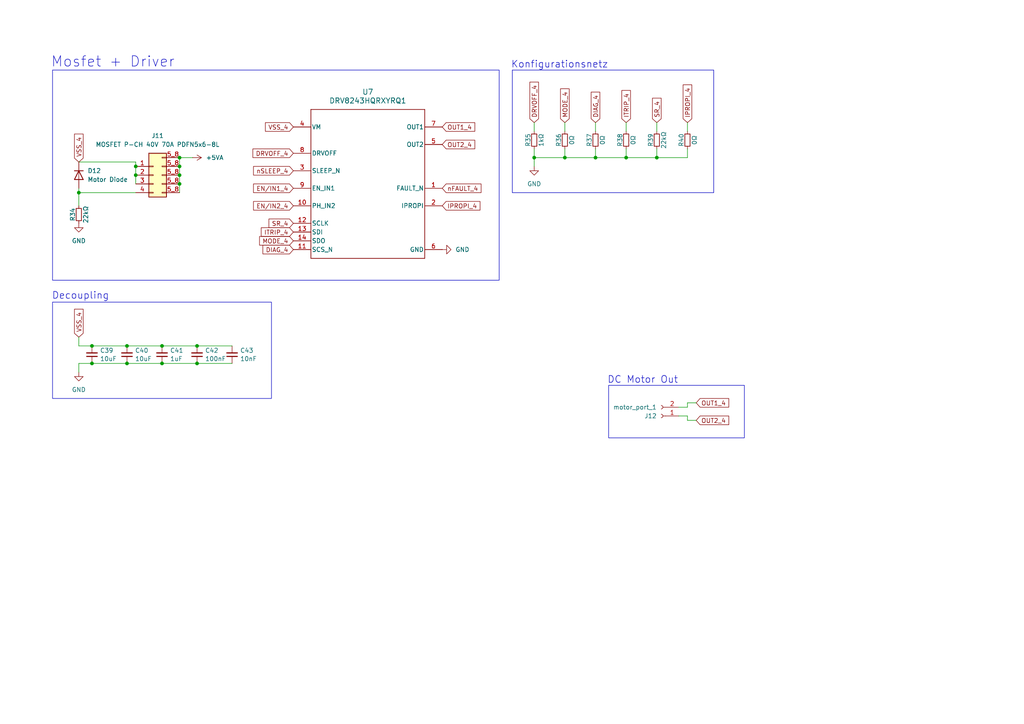
<source format=kicad_sch>
(kicad_sch (version 20250114) (generator "eeschema") (generator_version "9.0")
  (paper "A4")
  (lib_symbols
    (symbol "Connector:Conn_01x02_Socket" (pin_names (offset 1.016) (hide yes))
      (property "Reference" "J" (at 0 2.54 0))
      (property "Value" "Conn_01x02_Socket" (at 0 -5.08 0))
      (symbol "Conn_01x02_Socket_1_1"
        (polyline (pts (xy -1.27 0) (xy -0.508 0)) (stroke (width 0.1524)))
        (polyline (pts (xy -1.27 -2.54) (xy -0.508 -2.54)) (stroke (width 0.1524)))
        (arc (start 0 -0.508) (mid -0.5058 0) (end 0 0.508) (stroke (width 0.1524)))
        (arc (start 0 -3.048) (mid -0.5058 -2.54) (end 0 -2.032) (stroke (width 0.1524)))
        (pin passive line (at -5.08 0 0) (length 3.81) (name "Pin_1") (number "1"))
        (pin passive line (at -5.08 -2.54 0) (length 3.81) (name "Pin_2") (number "2"))
      )
    )
    (symbol "Connector_Generic:Conn_2Rows-09Pins" (pin_names (offset 1.016) (hide yes))
      (property "Reference" "J5" (at 1.27 -11.43 0))
      (property "Value" "MOSFET P-CH 40V 70A PDFN5x6-8L" (at 1.27 -8.89 0))
      (symbol "Conn_2Rows-09Pins_1_1"
        (rectangle (start -1.27 6.35) (end 3.81 -6.35) (stroke (width 0.254)) (fill (type background)))
        (rectangle (start -1.27 5.207) (end 0 4.953) (stroke (width 0.1524)))
        (rectangle (start -1.27 2.667) (end 0 2.413) (stroke (width 0.1524)))
        (rectangle (start -1.27 0.127) (end 0 -0.127) (stroke (width 0.1524)))
        (rectangle (start -1.27 -2.413) (end 0 -2.667) (stroke (width 0.1524)))
        (rectangle (start -1.27 -4.953) (end 0 -5.207) (stroke (width 0.1524)))
        (rectangle (start 3.81 5.207) (end 2.54 4.953) (stroke (width 0.1524)))
        (rectangle (start 3.81 2.667) (end 2.54 2.413) (stroke (width 0.1524)))
        (rectangle (start 3.81 0.127) (end 2.54 -0.127) (stroke (width 0.1524)))
        (rectangle (start 3.81 -2.413) (end 2.54 -2.667) (stroke (width 0.1524)))
        (pin passive line (at -5.08 5.08 0) (length 3.81) (name "Pin_5") (number "5_8"))
        (pin passive line (at -5.08 2.54 0) (length 3.81) (name "Pin_6") (number "5_8"))
        (pin passive line (at -5.08 0 0) (length 3.81) (name "Pin_7") (number "5_8"))
        (pin passive line (at -5.08 -2.54 0) (length 3.81) (name "Pin_8") (number "5_8"))
        (pin passive line (at -5.08 -5.08 0) (length 3.81) (name "Pin_9") (number "5_8"))
        (pin passive line (at 7.62 5.08 180) (length 3.81) (name "Pin_4") (number "4"))
        (pin passive line (at 7.62 2.54 180) (length 3.81) (name "Pin_3") (number "3"))
        (pin passive line (at 7.62 0 180) (length 3.81) (name "Pin_2") (number "2"))
        (pin passive line (at 7.62 -2.54 180) (length 3.81) (name "Pin_1") (number "1"))
      )
    )
    (symbol "DRV8243HQRXYRQ1:DRV8243HQRXYRQ1" (pin_names (offset 0.254))
      (property "Reference" "U" (at 0 2.54 0))
      (property "Value" "DRV8243HQRXYRQ1" (at 0 0 0))
      (symbol "DRV8243HQRXYRQ1_0_1"
        (polyline (pts (xy 5.08 5.08) (xy 5.08 -38.1)) (stroke (width 0.2032)))
        (polyline (pts (xy 5.08 -38.1) (xy 38.1 -38.1)) (stroke (width 0.2032)))
        (polyline (pts (xy 38.1 5.08) (xy 5.08 5.08)) (stroke (width 0.2032)))
        (polyline (pts (xy 38.1 -38.1) (xy 38.1 5.08)) (stroke (width 0.2032)))
        (pin power_in line (at 0 0 0) (length 5.08) (name "VM") (number "4"))
        (pin input line (at 0 -7.62 0) (length 5.08) (name "DRVOFF") (number "8"))
        (pin input line (at 0 -12.7 0) (length 5.08) (name "SLEEP_N") (number "3"))
        (pin input line (at 0 -17.78 0) (length 5.08) (name "EN_IN1") (number "9"))
        (pin input line (at 0 -22.86 0) (length 5.08) (name "PH_IN2") (number "10"))
        (pin input line (at 0 -27.94 0) (length 5.08) (name "SCLK") (number "12"))
        (pin input line (at 0 -30.48 0) (length 5.08) (name "SDI") (number "13"))
        (pin output line (at 0 -33.02 0) (length 5.08) (name "SDO") (number "14"))
        (pin input line (at 0 -35.56 0) (length 5.08) (name "SCS_N") (number "11"))
        (pin unspecified line (at 43.18 0 180) (length 5.08) (name "OUT1") (number "7"))
        (pin unspecified line (at 43.18 -5.08 180) (length 5.08) (name "OUT2") (number "5"))
        (pin open_collector line (at 43.18 -17.78 180) (length 5.08) (name "FAULT_N") (number "1"))
        (pin bidirectional line (at 43.18 -22.86 180) (length 5.08) (name "IPROPI") (number "2"))
        (pin power_in line (at 43.18 -35.56 180) (length 5.08) (name "GND") (number "6"))
      )
    )
    (symbol "Device:C_Small" (pin_numbers (hide yes)) (pin_names (offset 0.254) (hide yes))
      (property "Reference" "C" (at 0.254 1.778 0))
      (property "Value" "C_Small" (at 0.254 -2.032 0))
      (symbol "C_Small_0_1"
        (polyline (pts (xy -1.524 0.508) (xy 1.524 0.508)) (stroke (width 0.3048)))
        (polyline (pts (xy -1.524 -0.508) (xy 1.524 -0.508)) (stroke (width 0.3302)))
      )
      (symbol "C_Small_1_1"
        (pin passive line (at 0 2.54 270) (length 2.032) (name "~") (number "1"))
        (pin passive line (at 0 -2.54 90) (length 2.032) (name "~") (number "2"))
      )
    )
    (symbol "Device:R_Small" (pin_numbers (hide yes)) (pin_names (offset 0.254) (hide yes))
      (property "Reference" "R" (at 0.762 0.508 0))
      (property "Value" "R_Small" (at 0.762 -1.016 0))
      (symbol "R_Small_0_1"
        (rectangle (start -0.762 1.778) (end 0.762 -1.778) (stroke (width 0.2032)))
      )
      (symbol "R_Small_1_1"
        (pin passive line (at 0 2.54 270) (length 0.762) (name "~") (number "1"))
        (pin passive line (at 0 -2.54 90) (length 0.762) (name "~") (number "2"))
      )
    )
    (symbol "ScottoKeebs:Placeholder_Diode" (pin_numbers (hide yes)) (pin_names (hide yes))
      (property "Reference" "D" (at 0 2.54 0))
      (property "Value" "Diode" (at 0 -2.54 0))
      (symbol "Placeholder_Diode_0_1"
        (polyline (pts (xy -1.27 1.27) (xy -1.27 -1.27)) (stroke (width 0.254)))
        (polyline (pts (xy 1.27 1.27) (xy 1.27 -1.27) (xy -1.27 0) (xy 1.27 1.27)) (stroke (width 0.254)))
        (polyline (pts (xy 1.27 0) (xy -1.27 0)))
      )
      (symbol "Placeholder_Diode_1_1"
        (pin passive line (at -3.81 0 0) (length 2.54) (name "K") (number "1"))
        (pin passive line (at 3.81 0 180) (length 2.54) (name "A") (number "2"))
      )
    )
    (symbol "power:+5VA" (power) (pin_numbers (hide yes)) (pin_names (offset 0) (hide yes))
      (property "Value" "+5VA" (at 0 3.556 0))
      (symbol "+5VA_0_1"
        (polyline (pts (xy -0.762 1.27) (xy 0 2.54)))
        (polyline (pts (xy 0 2.54) (xy 0.762 1.27)))
        (polyline (pts (xy 0 0) (xy 0 2.54)))
      )
      (symbol "+5VA_1_1"
        (pin power_in line (at 0 0 90) (length 0) (name "~") (number "1"))
      )
    )
    (symbol "power:GND" (power) (pin_numbers (hide yes)) (pin_names (offset 0) (hide yes))
      (property "Value" "GND" (at 0 -3.81 0))
      (symbol "GND_0_1"
        (polyline (pts (xy 0 0) (xy 0 -1.27) (xy 1.27 -1.27) (xy 0 -2.54) (xy -1.27 -1.27) (xy 0 -1.27)))
      )
      (symbol "GND_1_1"
        (pin power_in line (at 0 0 270) (length 0) (name "~") (number "1"))
      )
    )
  )
  (rectangle (start 176.53 111.76) (end 215.9 127))
  (rectangle (start 15.24 20.32) (end 144.78 81.28))
  (rectangle (start 15.24 87.63) (end 78.74 115.57))
  (rectangle (start 148.59 20.32) (end 207.01 55.88))
  (text "Mosfet + Driver" (at 32.766 18.034 0) (effects (font (size 3 3))))
  (text "Konfigurationsnetz" (at 162.306 18.796 0) (effects (font (size 2 2))))
  (text "DC Motor Out" (at 186.436 110.236 0) (effects (font (size 2 2))))
  (text "Decoupling" (at 23.368 85.852 0) (effects (font (size 2 2))))
  (junction (at 52.07 45.72))
  (junction (at 57.15 100.33))
  (junction (at 172.72 45.72))
  (junction (at 46.99 100.33))
  (junction (at 52.07 50.8))
  (junction (at 52.07 48.26))
  (junction (at 57.15 105.41))
  (junction (at 36.83 105.41))
  (junction (at 39.37 48.26))
  (junction (at 22.86 55.88))
  (junction (at 26.67 100.33))
  (junction (at 163.83 45.72))
  (junction (at 190.5 45.72))
  (junction (at 181.61 45.72))
  (junction (at 39.37 50.8))
  (junction (at 46.99 105.41))
  (junction (at 52.07 53.34))
  (junction (at 26.67 105.41))
  (junction (at 36.83 100.33))
  (junction (at 154.94 45.72))
  (wire (pts (xy 172.72 45.72) (xy 172.72 43.18)))
  (wire (pts (xy 26.67 100.33) (xy 22.86 100.33)))
  (wire (pts (xy 22.86 46.99) (xy 39.37 46.99)))
  (wire (pts (xy 199.39 120.65) (xy 196.85 120.65)))
  (wire (pts (xy 172.72 35.56) (xy 172.72 38.1)))
  (wire (pts (xy 22.86 55.88) (xy 22.86 59.69)))
  (wire (pts (xy 199.39 116.84) (xy 199.39 118.11)))
  (wire (pts (xy 52.07 53.34) (xy 52.07 55.88)))
  (wire (pts (xy 26.67 105.41) (xy 36.83 105.41)))
  (wire (pts (xy 57.15 105.41) (xy 67.31 105.41)))
  (wire (pts (xy 163.83 45.72) (xy 172.72 45.72)))
  (wire (pts (xy 22.86 100.33) (xy 22.86 97.79)))
  (wire (pts (xy 22.86 55.88) (xy 22.86 54.61)))
  (wire (pts (xy 154.94 45.72) (xy 154.94 48.26)))
  (wire (pts (xy 201.93 116.84) (xy 199.39 116.84)))
  (wire (pts (xy 163.83 35.56) (xy 163.83 38.1)))
  (wire (pts (xy 52.07 50.8) (xy 52.07 53.34)))
  (wire (pts (xy 199.39 35.56) (xy 199.39 38.1)))
  (wire (pts (xy 199.39 121.92) (xy 199.39 120.65)))
  (wire (pts (xy 52.07 48.26) (xy 52.07 50.8)))
  (wire (pts (xy 26.67 100.33) (xy 36.83 100.33)))
  (wire (pts (xy 55.88 45.72) (xy 52.07 45.72)))
  (wire (pts (xy 181.61 45.72) (xy 190.5 45.72)))
  (wire (pts (xy 39.37 50.8) (xy 39.37 53.34)))
  (wire (pts (xy 46.99 105.41) (xy 57.15 105.41)))
  (wire (pts (xy 190.5 35.56) (xy 190.5 38.1)))
  (wire (pts (xy 52.07 45.72) (xy 52.07 48.26)))
  (wire (pts (xy 154.94 45.72) (xy 163.83 45.72)))
  (wire (pts (xy 181.61 45.72) (xy 181.61 43.18)))
  (wire (pts (xy 39.37 55.88) (xy 22.86 55.88)))
  (wire (pts (xy 201.93 121.92) (xy 199.39 121.92)))
  (wire (pts (xy 199.39 45.72) (xy 199.39 43.18)))
  (wire (pts (xy 163.83 45.72) (xy 163.83 43.18)))
  (wire (pts (xy 57.15 100.33) (xy 67.31 100.33)))
  (wire (pts (xy 190.5 45.72) (xy 199.39 45.72)))
  (wire (pts (xy 181.61 35.56) (xy 181.61 38.1)))
  (wire (pts (xy 36.83 105.41) (xy 46.99 105.41)))
  (wire (pts (xy 39.37 48.26) (xy 39.37 46.99)))
  (wire (pts (xy 46.99 100.33) (xy 57.15 100.33)))
  (wire (pts (xy 39.37 48.26) (xy 39.37 50.8)))
  (wire (pts (xy 190.5 45.72) (xy 190.5 43.18)))
  (wire (pts (xy 22.86 105.41) (xy 22.86 107.95)))
  (wire (pts (xy 154.94 35.56) (xy 154.94 38.1)))
  (wire (pts (xy 26.67 105.41) (xy 22.86 105.41)))
  (wire (pts (xy 154.94 43.18) (xy 154.94 45.72)))
  (wire (pts (xy 36.83 100.33) (xy 46.99 100.33)))
  (wire (pts (xy 172.72 45.72) (xy 181.61 45.72)))
  (wire (pts (xy 199.39 118.11) (xy 196.85 118.11)))
  (global_label "OUT2_4" (shape input) (at 201.93 121.92 0) (property "Intersheetrefs" "${INTERSHEET_REFS}" (effects (hide yes))))
  (global_label "DRVOFF_4" (shape input) (at 85.09 44.45 180) (property "Intersheetrefs" "${INTERSHEET_REFS}" (effects (hide yes))))
  (global_label "ITRIP_4" (shape input) (at 181.61 35.56 90) (property "Intersheetrefs" "${INTERSHEET_REFS}" (effects (hide yes))))
  (global_label "nFAULT_4" (shape input) (at 128.27 54.61 0) (property "Intersheetrefs" "${INTERSHEET_REFS}" (effects (hide yes))))
  (global_label "ITRIP_4" (shape input) (at 85.09 67.31 180) (property "Intersheetrefs" "${INTERSHEET_REFS}" (effects (hide yes))))
  (global_label "SR_4" (shape input) (at 85.09 64.77 180) (property "Intersheetrefs" "${INTERSHEET_REFS}" (effects (hide yes))))
  (global_label "DRVOFF_4" (shape input) (at 154.94 35.56 90) (property "Intersheetrefs" "${INTERSHEET_REFS}" (effects (hide yes))))
  (global_label "OUT1_4" (shape input) (at 128.27 36.83 0) (property "Intersheetrefs" "${INTERSHEET_REFS}" (effects (hide yes))))
  (global_label "VSS_4" (shape input) (at 85.09 36.83 180) (property "Intersheetrefs" "${INTERSHEET_REFS}" (effects (hide yes))))
  (global_label "IPROPI_4" (shape input) (at 128.27 59.69 0) (property "Intersheetrefs" "${INTERSHEET_REFS}" (effects (hide yes))))
  (global_label "OUT2_4" (shape input) (at 128.27 41.91 0) (property "Intersheetrefs" "${INTERSHEET_REFS}" (effects (hide yes))))
  (global_label "IPROPI_4" (shape input) (at 199.39 35.56 90) (property "Intersheetrefs" "${INTERSHEET_REFS}" (effects (hide yes))))
  (global_label "OUT1_4" (shape input) (at 201.93 116.84 0) (property "Intersheetrefs" "${INTERSHEET_REFS}" (effects (hide yes))))
  (global_label "MODE_4" (shape input) (at 85.09 69.85 180) (property "Intersheetrefs" "${INTERSHEET_REFS}" (effects (hide yes))))
  (global_label "nSLEEP_4" (shape input) (at 85.09 49.53 180) (property "Intersheetrefs" "${INTERSHEET_REFS}" (effects (hide yes))))
  (global_label "MODE_4" (shape input) (at 163.83 35.56 90) (property "Intersheetrefs" "${INTERSHEET_REFS}" (effects (hide yes))))
  (global_label "EN{slash}IN2_4" (shape input) (at 85.09 59.69 180) (property "Intersheetrefs" "${INTERSHEET_REFS}" (effects (hide yes))))
  (global_label "VSS_4" (shape input) (at 22.86 97.79 90) (property "Intersheetrefs" "${INTERSHEET_REFS}" (effects (hide yes))))
  (global_label "VSS_4" (shape input) (at 22.86 46.99 90) (property "Intersheetrefs" "${INTERSHEET_REFS}" (effects (hide yes))))
  (global_label "DIAG_4" (shape input) (at 172.72 35.56 90) (property "Intersheetrefs" "${INTERSHEET_REFS}" (effects (hide yes))))
  (global_label "EN{slash}IN1_4" (shape input) (at 85.09 54.61 180) (property "Intersheetrefs" "${INTERSHEET_REFS}" (effects (hide yes))))
  (global_label "DIAG_4" (shape input) (at 85.09 72.39 180) (property "Intersheetrefs" "${INTERSHEET_REFS}" (effects (hide yes))))
  (global_label "SR_4" (shape input) (at 190.5 35.56 90) (property "Intersheetrefs" "${INTERSHEET_REFS}" (effects (hide yes))))
  (symbol (lib_id "Device:C_Small") (at 57.15 102.87 180) (unit 1)
    (property "Reference" "C42" (at 59.4741 101.6514 0) (effects (justify right)))
    (property "Value" "100nF" (at 59.4741 104.0757 0) (effects (justify right)))
    (property "Footprint" "Capacitor_SMD:C_0805_2012Metric_Pad1.18x1.45mm_HandSolder" (effects (hide yes)))
    (property "Description" "Unpolarized capacitor, small symbol" (effects (hide yes)))
    (property "LCSC" "C49678" (effects (hide yes)))
  )
  (symbol (lib_id "Device:R_Small") (at 154.94 40.64 0) (unit 1)
    (property "Reference" "R35" (at 153.162 40.64 90))
    (property "Value" "1kΩ" (at 156.972 40.64 90))
    (property "Footprint" "Resistor_SMD:R_0805_2012Metric_Pad1.20x1.40mm_HandSolder" (effects (hide yes)))
    (property "Datasheet" "https://www.lcsc.com/datasheet/C95781.pdf" (effects (hide yes)))
    (property "Description" "1kΩ 125mW 150V ±100ppm/℃ Thick Film Resistor ±1% 0805 Chip Resistor - Surface Mount RoHS" (effects (hide yes)))
    (property "LCSC" "C95781" (effects (hide yes)))
  )
  (symbol (lib_id "Connector_Generic:Conn_2Rows-09Pins") (at 46.99 50.8 180) (unit 1)
    (property "Reference" "J11" (at 45.72 39.37 0))
    (property "Value" "MOSFET P-CH 40V 70A PDFN5x6-8L" (at 45.72 41.91 0))
    (property "Footprint" "TSM120N06LCR RLG:TRANS_TSM018NB03CR_RLG" (effects (hide yes)))
    (property "Datasheet" "https://www.lcsc.com/datasheet/C5297498.pdf" (effects (hide yes)))
    (property "Description" "40V 70A 113W 1 P-Channel PDFN5x6-8L Single FETs, MOSFETs RoHS" (effects (hide yes)))
    (property "LCSC" "C5297498" (effects (hide yes)))
  )
  (symbol (lib_id "ScottoKeebs:Placeholder_Diode") (at 22.86 50.8 270) (unit 1)
    (property "Reference" "D12" (at 25.4 49.5299 90) (effects (justify left)))
    (property "Value" "Motor Diode" (at 25.4 52.0699 90) (effects (justify left)))
    (property "Footprint" "LL-34:LL-34" (effects (hide yes)))
    (property "Datasheet" "https://www.lcsc.com/datasheet/C2891753.pdf" (effects (hide yes)))
    (property "Description" "Independent 11.4V~12.7V 500mW 12V LL-34 Single Zener Diodes RoHS" (effects (hide yes)))
    (property "LCSC" "C2891753" (effects (hide yes)))
  )
  (symbol (lib_id "Device:C_Small") (at 26.67 102.87 180) (unit 1)
    (property "Reference" "C39" (at 28.9941 101.6514 0) (effects (justify right)))
    (property "Value" "10uF" (at 28.9941 104.0757 0) (effects (justify right)))
    (property "Footprint" "Capacitor_SMD:C_0805_2012Metric_Pad1.18x1.45mm_HandSolder" (effects (hide yes)))
    (property "Description" "Unpolarized capacitor, small symbol" (effects (hide yes)))
    (property "LCSC" "C15850" (effects (hide yes)))
  )
  (symbol (lib_id "Device:R_Small") (at 172.72 40.64 0) (unit 1)
    (property "Reference" "R37" (at 170.942 40.64 90))
    (property "Value" "0Ω" (at 174.752 40.64 90))
    (property "Footprint" "Resistor_SMD:R_0805_2012Metric_Pad1.20x1.40mm_HandSolder" (effects (hide yes)))
    (property "dnp" "true" (effects (hide yes)))
  )
  (symbol (lib_id "Connector:Conn_01x02_Socket") (at 191.77 120.65 180) (unit 1)
    (property "Reference" "J12" (at 190.5 120.6501 0) (effects (justify left)))
    (property "Value" "motor_port_1" (at 190.5 118.1101 0) (effects (justify left)))
    (property "Footprint" "Connector_Wire:SolderWire-2sqmm_1x02_P7.8mm_D2mm_OD3.9mm" (effects (hide yes)))
    (property "Description" "Generic connector, single row, 01x02, script generated" (effects (hide yes)))
  )
  (symbol (lib_id "Device:R_Small") (at 190.5 40.64 0) (unit 1)
    (property "Reference" "R39" (at 188.722 40.64 90))
    (property "Value" "22kΩ" (at 192.532 40.64 90))
    (property "Footprint" "Resistor_SMD:R_0805_2012Metric_Pad1.20x1.40mm_HandSolder" (effects (hide yes)))
    (property "Datasheet" "https://www.lcsc.com/datasheet/C2907243.pdf" (effects (hide yes)))
    (property "Description" "125mW 22kΩ 150V ±100ppm/℃ Thick Film Resistor ±1% 0805 Chip Resistor - Surface Mount RoHS" (effects (hide yes)))
    (property "LCSC" "C2907243" (effects (hide yes)))
  )
  (symbol (lib_id "power:GND") (at 154.94 48.26 0) (unit 1)
    (property "Reference" "#PWR085" (effects (hide yes)))
    (property "Value" "GND" (at 154.94 53.34 0))
    (property "Description" "Power symbol creates a global label with name \"GND\" , ground" (effects (hide yes)))
  )
  (symbol (lib_id "DRV8243HQRXYRQ1:DRV8243HQRXYRQ1") (at 85.09 36.83 0) (unit 1)
    (property "Reference" "U7" (at 106.68 26.67 0) (effects (font (size 1.524 1.524))))
    (property "Value" "DRV8243HQRXYRQ1" (at 106.68 29.21 0) (effects (font (size 1.524 1.524))))
    (property "Footprint" "DRV8243HQRXYRQ1:RXY0014A-MFG" (effects (hide yes)))
    (property "Datasheet" "https://www.ti.com/cn/lit/gpn/drv8243-q1" (effects (hide yes)))
    (property "Description" "4.5V~35V VQFN-HR-14(3x4.5) Motor Drivers, Controllers RoHS" (effects (hide yes)))
    (property "LCSC" "C3040833" (effects (hide yes)))
  )
  (symbol (lib_id "Device:R_Small") (at 199.39 40.64 0) (unit 1)
    (property "Reference" "R40" (at 197.612 40.64 90))
    (property "Value" "0Ω" (at 201.422 40.64 90))
    (property "Footprint" "Resistor_SMD:R_0805_2012Metric_Pad1.20x1.40mm_HandSolder" (effects (hide yes)))
    (property "dnp" "true" (effects (hide yes)))
  )
  (symbol (lib_id "power:GND") (at 22.86 64.77 0) (unit 1)
    (property "Reference" "#PWR081" (effects (hide yes)))
    (property "Value" "GND" (at 22.86 69.85 0))
    (property "Description" "Power symbol creates a global label with name \"GND\" , ground" (effects (hide yes)))
  )
  (symbol (lib_id "Device:C_Small") (at 67.31 102.87 180) (unit 1)
    (property "Reference" "C43" (at 69.6341 101.6514 0) (effects (justify right)))
    (property "Value" "10nF" (at 69.6341 104.0757 0) (effects (justify right)))
    (property "Footprint" "Capacitor_SMD:C_0805_2012Metric_Pad1.18x1.45mm_HandSolder" (effects (hide yes)))
    (property "Description" "Unpolarized capacitor, small symbol" (effects (hide yes)))
    (property "LCSC" "C1710" (effects (hide yes)))
  )
  (symbol (lib_id "power:+5VA") (at 55.88 45.72 270) (unit 1)
    (property "Reference" "#PWR083" (effects (hide yes)))
    (property "Value" "+5VA" (at 59.69 45.7199 90) (effects (justify left)))
    (property "Description" "Power symbol creates a global label with name \"+5VA\"" (effects (hide yes)))
  )
  (symbol (lib_id "Device:R_Small") (at 163.83 40.64 0) (unit 1)
    (property "Reference" "R36" (at 162.052 40.64 90))
    (property "Value" "0Ω" (at 165.862 40.64 90))
    (property "Footprint" "Resistor_SMD:R_0805_2012Metric_Pad1.20x1.40mm_HandSolder" (effects (hide yes)))
    (property "dnp" "true" (effects (hide yes)))
  )
  (symbol (lib_id "Device:R_Small") (at 22.86 62.23 0) (unit 1)
    (property "Reference" "R34" (at 21.082 62.23 90))
    (property "Value" "22kΩ" (at 24.892 62.23 90))
    (property "Footprint" "Resistor_SMD:R_0805_2012Metric_Pad1.20x1.40mm_HandSolder" (effects (hide yes)))
    (property "Datasheet" "https://www.lcsc.com/datasheet/C2907243.pdf" (effects (hide yes)))
    (property "Description" "125mW 22kΩ 150V ±100ppm/℃ Thick Film Resistor ±1% 0805 Chip Resistor - Surface Mount RoHS" (effects (hide yes)))
    (property "LCSC" "C2907243" (effects (hide yes)))
  )
  (symbol (lib_id "Device:C_Small") (at 36.83 102.87 180) (unit 1)
    (property "Reference" "C40" (at 39.1541 101.6514 0) (effects (justify right)))
    (property "Value" "10uF" (at 39.1541 104.0757 0) (effects (justify right)))
    (property "Footprint" "Capacitor_SMD:C_0805_2012Metric_Pad1.18x1.45mm_HandSolder" (effects (hide yes)))
    (property "Description" "Unpolarized capacitor, small symbol" (effects (hide yes)))
    (property "LCSC" "C15850" (effects (hide yes)))
  )
  (symbol (lib_id "power:GND") (at 22.86 107.95 0) (unit 1)
    (property "Reference" "#PWR082" (effects (hide yes)))
    (property "Value" "GND" (at 22.86 113.03 0))
    (property "Description" "Power symbol creates a global label with name \"GND\" , ground" (effects (hide yes)))
  )
  (symbol (lib_id "power:GND") (at 128.27 72.39 90) (unit 1)
    (property "Reference" "#PWR084" (effects (hide yes)))
    (property "Value" "GND" (at 132.08 72.3899 90) (effects (justify right)))
    (property "Description" "Power symbol creates a global label with name \"GND\" , ground" (effects (hide yes)))
  )
  (symbol (lib_id "Device:R_Small") (at 181.61 40.64 0) (unit 1)
    (property "Reference" "R38" (at 179.832 40.64 90))
    (property "Value" "0Ω" (at 183.642 40.64 90))
    (property "Footprint" "Resistor_SMD:R_0805_2012Metric_Pad1.20x1.40mm_HandSolder" (effects (hide yes)))
    (property "dnp" "true" (effects (hide yes)))
  )
  (symbol (lib_id "Device:C_Small") (at 46.99 102.87 180) (unit 1)
    (property "Reference" "C41" (at 49.3141 101.6514 0) (effects (justify right)))
    (property "Value" "1uF" (at 49.3141 104.0757 0) (effects (justify right)))
    (property "Footprint" "Capacitor_SMD:C_0805_2012Metric_Pad1.18x1.45mm_HandSolder" (effects (hide yes)))
    (property "Description" "Unpolarized capacitor, small symbol" (effects (hide yes)))
    (property "LCSC" "C28323" (effects (hide yes)))
  )
)
</source>
